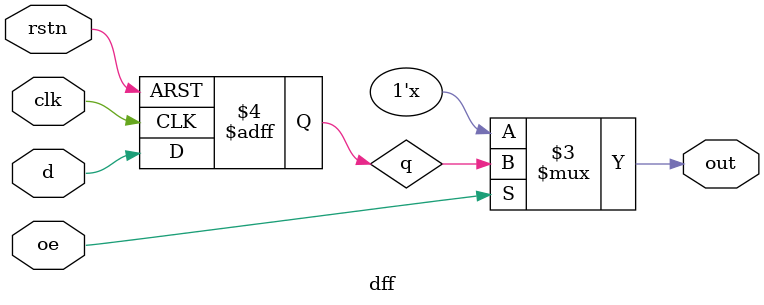
<source format=v>
module dff 
    # (parameter N = 1)
    ( 
        d,
        rstn,
        clk,
	    out,
        oe
    );

    input [N - 1: 0] d;
    input rstn, clk;
    reg [N - 1: 0] q;
    input oe;
    output wire [N - 1: 0] out;



    always @(posedge clk or negedge rstn) 
    begin
       if (! rstn) q  <= 0;
       else  q <= d;
    end

    assign  out =  oe ? q : 1'bz;	


endmodule


</source>
